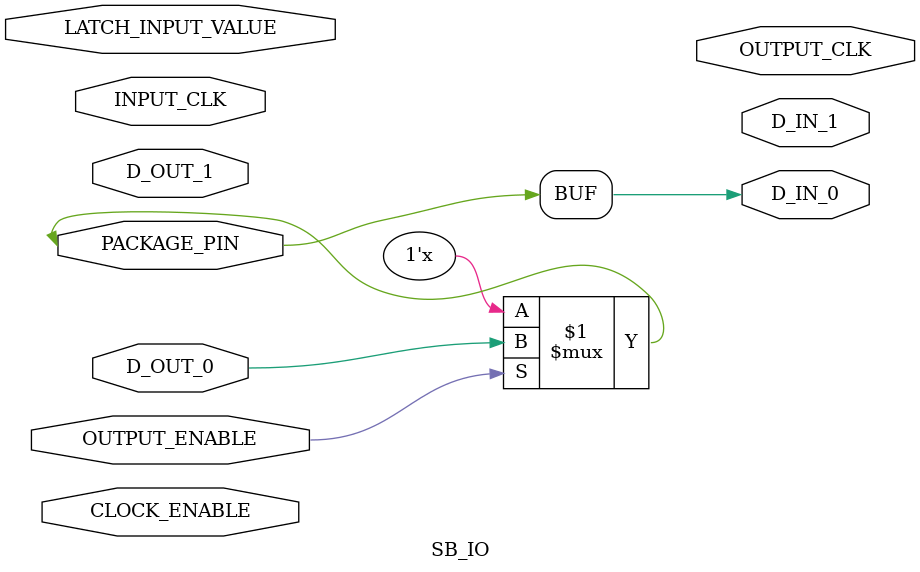
<source format=v>


`timescale 1ns/1ps

module SB_IO #(
    parameter PIN_TYPE = 6'b 101001,
    parameter  PULLUP = 1'b0
    )(
       inout PACKAGE_PIN ,
       input LATCH_INPUT_VALUE,
       input CLOCK_ENABLE,
       input INPUT_CLK,
       output OUTPUT_CLK,
       input OUTPUT_ENABLE,
       input D_OUT_0,
       input D_OUT_1,
       output D_IN_0,
       output D_IN_1
);

    assign PACKAGE_PIN = OUTPUT_ENABLE ? D_OUT_0 : 1'bz ; // To drive the inout net
    assign D_IN_0 = PACKAGE_PIN;

endmodule

</source>
